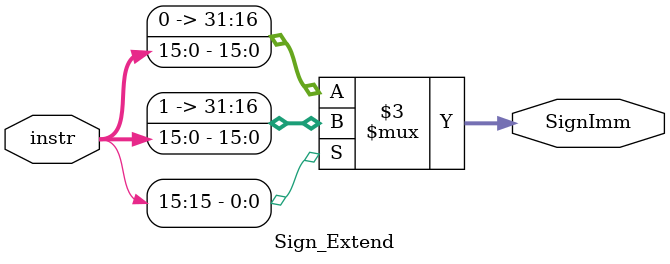
<source format=v>
module Sign_Extend (
input      [15:0] instr,
output reg [31:0] SignImm
);

always @(*)
begin
  if(instr[15])
    SignImm = {16'd65535,instr[15:0]};
  else
    SignImm = {16'b0,instr[15:0]};
end

endmodule

</source>
